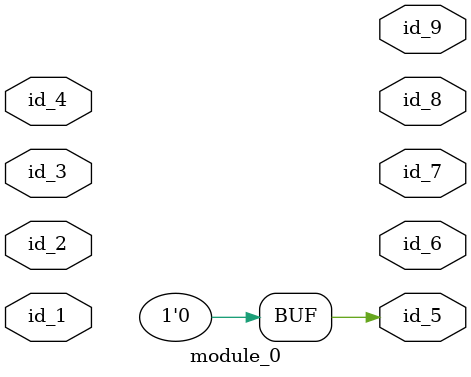
<source format=v>
module module_0 (
    id_1,
    id_2,
    id_3,
    id_4,
    id_5,
    id_6,
    id_7,
    id_8,
    id_9
);
  output id_9;
  output id_8;
  output id_7;
  output id_6;
  output id_5;
  input id_4;
  inout id_3;
  inout id_2;
  inout id_1;
  assign id_5[1] = 1;
  assign id_5[1&&1'b0] = 1'b0;
endmodule

</source>
